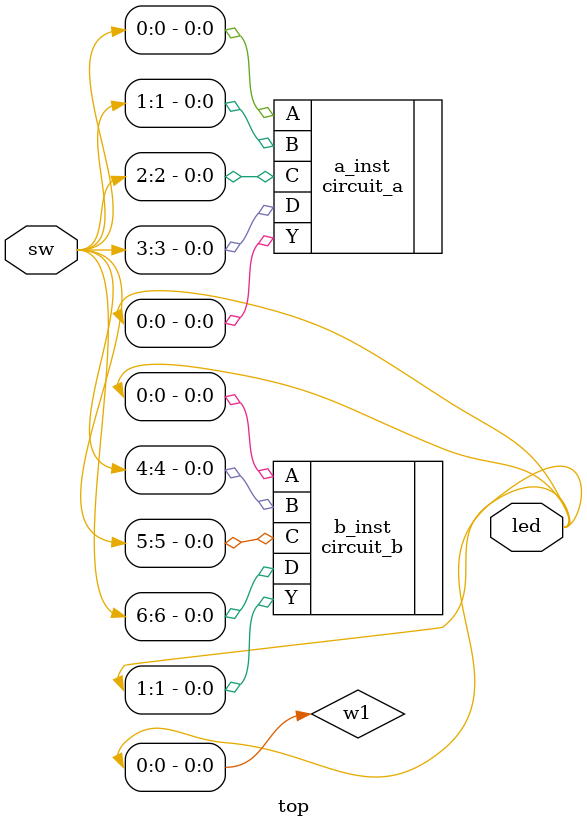
<source format=v>
module top(
input [6:0]sw,
output [1:0]led
);
    wire w1;
    circuit_a a_inst(
        .A(sw[0]),
        .B(sw[1]),
        .C(sw[2]),
        .D(sw[3]),
        .Y(led[0])
    );
      circuit_b b_inst(
        .A(w1),
        .B(sw[4]),
        .C(sw[5]),
        .D(sw[6]),
        .Y(led[1])
    );
    assign led[0] = w1;
    endmodule 
</source>
